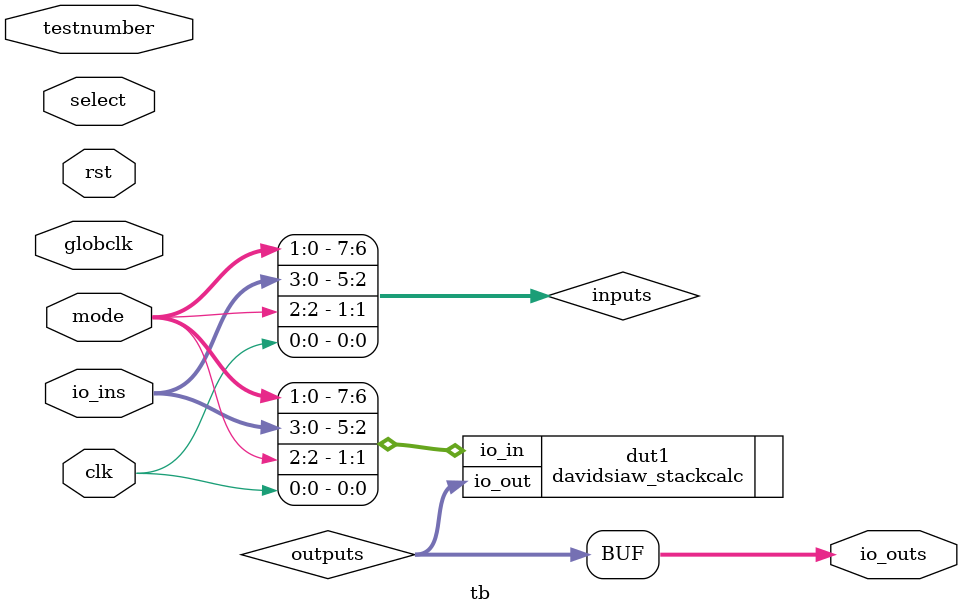
<source format=v>
`default_nettype none
`timescale 1ns/1ps

/*
this testbench just instantiates the module and makes some convenient wires
that can be driven / tested by the cocotb test.py
*/

module tb (
  // testbench is controlled by test.py
  input globclk,
  input clk,
  input rst,
  input [31:0] testnumber,
  input [31:0] select,
  input [3:0] io_ins,
  input [2:0] mode,
  output [7:0] io_outs
   );

  // this part dumps the trace to a vcd file that can be viewed with GTKWave
  initial begin
    $dumpfile ("tb.vcd");
    $dumpvars (0, tb);
    #1;
  end

  // wire up the inputs and outputs
  wire [7:0] inputs = {mode[1:0], io_ins, mode[2], clk};
  wire [7:0] outputs;

  davidsiaw_stackcalc dut1(
`ifdef GL_TEST
    .vccd1(1'b1),
    .vssd1(1'b0),
`endif
    .io_in  (inputs),
    .io_out (outputs)
  );

  assign io_outs = outputs;
endmodule

</source>
